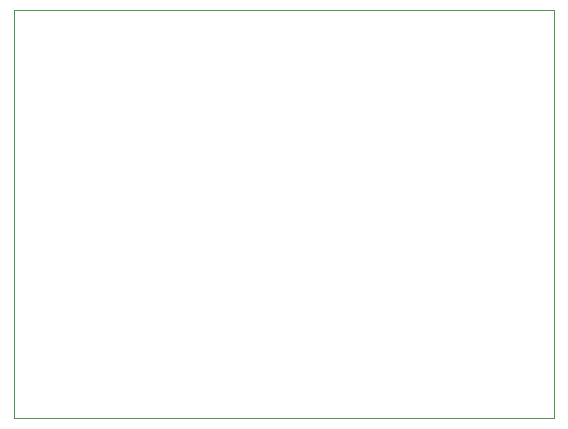
<source format=gko>
G04 #@! TF.FileFunction,Profile,NP*
%FSLAX46Y46*%
G04 Gerber Fmt 4.6, Leading zero omitted, Abs format (unit mm)*
G04 Created by KiCad (PCBNEW 4.0.4-stable) date Tue Nov 29 13:33:17 2016*
%MOMM*%
%LPD*%
G01*
G04 APERTURE LIST*
%ADD10C,0.100000*%
G04 APERTURE END LIST*
D10*
X114300000Y-117602000D02*
X114300000Y-83058000D01*
X160020000Y-117602000D02*
X114300000Y-117602000D01*
X160020000Y-83058000D02*
X160020000Y-117602000D01*
X114300000Y-83058000D02*
X160020000Y-83058000D01*
M02*

</source>
